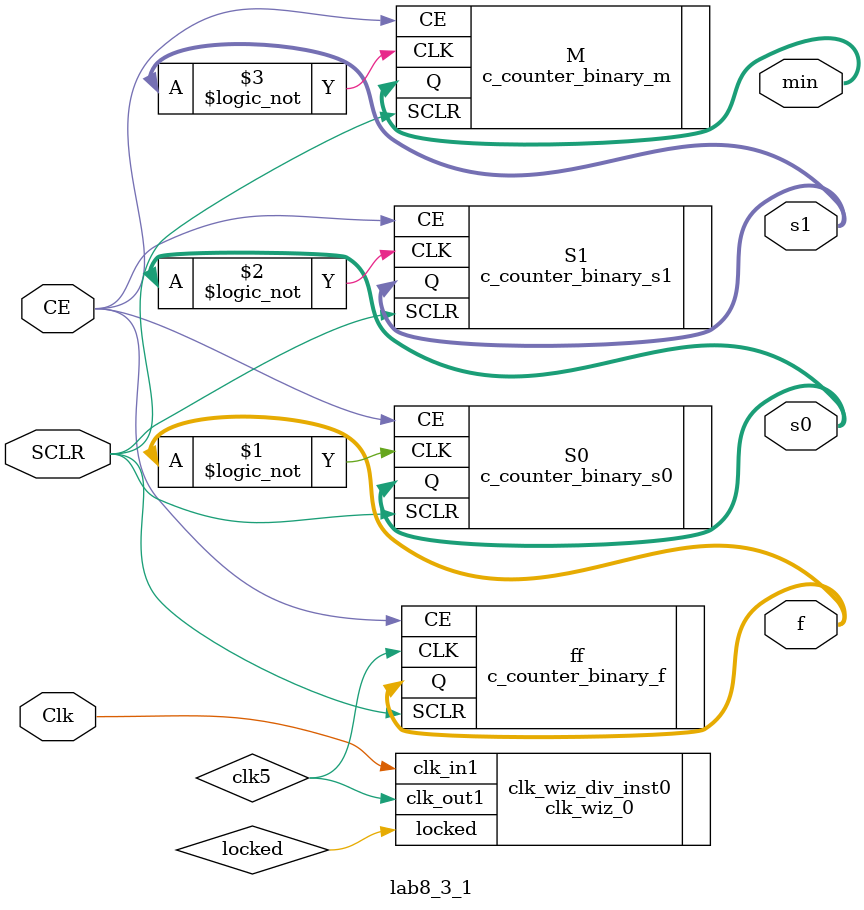
<source format=v>
`timescale 1ns / 1ps


module lab8_3_1(
    input Clk, CE, SCLR,
    output [4:0] f, s0, s1, min
    );
    wire clk5;
    
    clk_wiz_0 clk_wiz_div_inst0
    (
    .clk_out1(clk5),
    .locked(locked),
    .clk_in1(Clk)
    );
    
    c_counter_binary_f ff (
     .CLK(clk5),
     .CE(CE),
     .SCLR(SCLR),
     .Q(f)
    );
    
    c_counter_binary_s0 S0(
      .CLK(f == 4'b0000),
      .CE(CE),
      .SCLR(SCLR),
      .Q(s0)
    );
    
    c_counter_binary_s1 S1(
        .CLK(s0 == 4'b0000),
        .CE(CE),
        .SCLR(SCLR),
        .Q(s1)
    );
    
    c_counter_binary_m M(
        .CLK(s1 == 4'b0000),
        .CE(CE),
        .SCLR(SCLR),
        .Q(min)
    );
    
    
    endmodule
</source>
